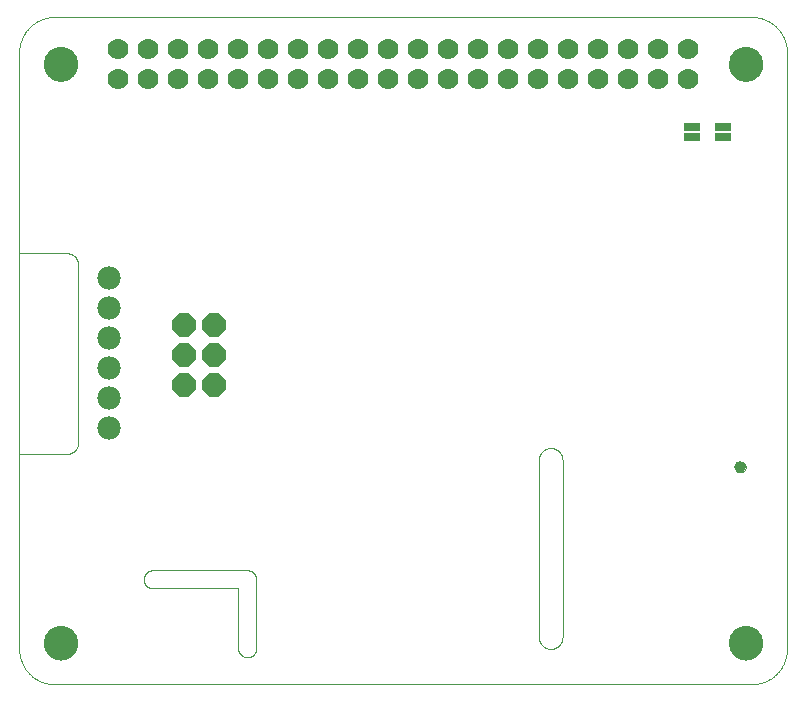
<source format=gbs>
G75*
%MOIN*%
%OFA0B0*%
%FSLAX25Y25*%
%IPPOS*%
%LPD*%
%AMOC8*
5,1,8,0,0,1.08239X$1,22.5*
%
%ADD10C,0.00000*%
%ADD11C,0.00100*%
%ADD12C,0.11424*%
%ADD13C,0.07000*%
%ADD14C,0.03943*%
%ADD15C,0.07800*%
%ADD16OC8,0.07800*%
%ADD17R,0.05400X0.02900*%
D10*
X0016811Y0005000D02*
X0249094Y0005000D01*
X0249379Y0005003D01*
X0249665Y0005014D01*
X0249950Y0005031D01*
X0250234Y0005055D01*
X0250518Y0005086D01*
X0250801Y0005124D01*
X0251082Y0005169D01*
X0251363Y0005220D01*
X0251643Y0005278D01*
X0251921Y0005343D01*
X0252197Y0005415D01*
X0252471Y0005493D01*
X0252744Y0005578D01*
X0253014Y0005670D01*
X0253282Y0005768D01*
X0253548Y0005872D01*
X0253811Y0005983D01*
X0254071Y0006100D01*
X0254329Y0006223D01*
X0254583Y0006353D01*
X0254834Y0006489D01*
X0255082Y0006630D01*
X0255326Y0006778D01*
X0255567Y0006931D01*
X0255803Y0007091D01*
X0256036Y0007256D01*
X0256265Y0007426D01*
X0256490Y0007602D01*
X0256710Y0007784D01*
X0256926Y0007970D01*
X0257137Y0008162D01*
X0257344Y0008359D01*
X0257546Y0008561D01*
X0257743Y0008768D01*
X0257935Y0008979D01*
X0258121Y0009195D01*
X0258303Y0009415D01*
X0258479Y0009640D01*
X0258649Y0009869D01*
X0258814Y0010102D01*
X0258974Y0010338D01*
X0259127Y0010579D01*
X0259275Y0010823D01*
X0259416Y0011071D01*
X0259552Y0011322D01*
X0259682Y0011576D01*
X0259805Y0011834D01*
X0259922Y0012094D01*
X0260033Y0012357D01*
X0260137Y0012623D01*
X0260235Y0012891D01*
X0260327Y0013161D01*
X0260412Y0013434D01*
X0260490Y0013708D01*
X0260562Y0013984D01*
X0260627Y0014262D01*
X0260685Y0014542D01*
X0260736Y0014823D01*
X0260781Y0015104D01*
X0260819Y0015387D01*
X0260850Y0015671D01*
X0260874Y0015955D01*
X0260891Y0016240D01*
X0260902Y0016526D01*
X0260905Y0016811D01*
X0260906Y0016811D02*
X0260906Y0215630D01*
X0260905Y0215630D02*
X0260902Y0215915D01*
X0260891Y0216201D01*
X0260874Y0216486D01*
X0260850Y0216770D01*
X0260819Y0217054D01*
X0260781Y0217337D01*
X0260736Y0217618D01*
X0260685Y0217899D01*
X0260627Y0218179D01*
X0260562Y0218457D01*
X0260490Y0218733D01*
X0260412Y0219007D01*
X0260327Y0219280D01*
X0260235Y0219550D01*
X0260137Y0219818D01*
X0260033Y0220084D01*
X0259922Y0220347D01*
X0259805Y0220607D01*
X0259682Y0220865D01*
X0259552Y0221119D01*
X0259416Y0221370D01*
X0259275Y0221618D01*
X0259127Y0221862D01*
X0258974Y0222103D01*
X0258814Y0222339D01*
X0258649Y0222572D01*
X0258479Y0222801D01*
X0258303Y0223026D01*
X0258121Y0223246D01*
X0257935Y0223462D01*
X0257743Y0223673D01*
X0257546Y0223880D01*
X0257344Y0224082D01*
X0257137Y0224279D01*
X0256926Y0224471D01*
X0256710Y0224657D01*
X0256490Y0224839D01*
X0256265Y0225015D01*
X0256036Y0225185D01*
X0255803Y0225350D01*
X0255567Y0225510D01*
X0255326Y0225663D01*
X0255082Y0225811D01*
X0254834Y0225952D01*
X0254583Y0226088D01*
X0254329Y0226218D01*
X0254071Y0226341D01*
X0253811Y0226458D01*
X0253548Y0226569D01*
X0253282Y0226673D01*
X0253014Y0226771D01*
X0252744Y0226863D01*
X0252471Y0226948D01*
X0252197Y0227026D01*
X0251921Y0227098D01*
X0251643Y0227163D01*
X0251363Y0227221D01*
X0251082Y0227272D01*
X0250801Y0227317D01*
X0250518Y0227355D01*
X0250234Y0227386D01*
X0249950Y0227410D01*
X0249665Y0227427D01*
X0249379Y0227438D01*
X0249094Y0227441D01*
X0016811Y0227441D01*
X0016526Y0227438D01*
X0016240Y0227427D01*
X0015955Y0227410D01*
X0015671Y0227386D01*
X0015387Y0227355D01*
X0015104Y0227317D01*
X0014823Y0227272D01*
X0014542Y0227221D01*
X0014262Y0227163D01*
X0013984Y0227098D01*
X0013708Y0227026D01*
X0013434Y0226948D01*
X0013161Y0226863D01*
X0012891Y0226771D01*
X0012623Y0226673D01*
X0012357Y0226569D01*
X0012094Y0226458D01*
X0011834Y0226341D01*
X0011576Y0226218D01*
X0011322Y0226088D01*
X0011071Y0225952D01*
X0010823Y0225811D01*
X0010579Y0225663D01*
X0010338Y0225510D01*
X0010102Y0225350D01*
X0009869Y0225185D01*
X0009640Y0225015D01*
X0009415Y0224839D01*
X0009195Y0224657D01*
X0008979Y0224471D01*
X0008768Y0224279D01*
X0008561Y0224082D01*
X0008359Y0223880D01*
X0008162Y0223673D01*
X0007970Y0223462D01*
X0007784Y0223246D01*
X0007602Y0223026D01*
X0007426Y0222801D01*
X0007256Y0222572D01*
X0007091Y0222339D01*
X0006931Y0222103D01*
X0006778Y0221862D01*
X0006630Y0221618D01*
X0006489Y0221370D01*
X0006353Y0221119D01*
X0006223Y0220865D01*
X0006100Y0220607D01*
X0005983Y0220347D01*
X0005872Y0220084D01*
X0005768Y0219818D01*
X0005670Y0219550D01*
X0005578Y0219280D01*
X0005493Y0219007D01*
X0005415Y0218733D01*
X0005343Y0218457D01*
X0005278Y0218179D01*
X0005220Y0217899D01*
X0005169Y0217618D01*
X0005124Y0217337D01*
X0005086Y0217054D01*
X0005055Y0216770D01*
X0005031Y0216486D01*
X0005014Y0216201D01*
X0005003Y0215915D01*
X0005000Y0215630D01*
X0005000Y0016811D01*
X0005003Y0016526D01*
X0005014Y0016240D01*
X0005031Y0015955D01*
X0005055Y0015671D01*
X0005086Y0015387D01*
X0005124Y0015104D01*
X0005169Y0014823D01*
X0005220Y0014542D01*
X0005278Y0014262D01*
X0005343Y0013984D01*
X0005415Y0013708D01*
X0005493Y0013434D01*
X0005578Y0013161D01*
X0005670Y0012891D01*
X0005768Y0012623D01*
X0005872Y0012357D01*
X0005983Y0012094D01*
X0006100Y0011834D01*
X0006223Y0011576D01*
X0006353Y0011322D01*
X0006489Y0011071D01*
X0006630Y0010823D01*
X0006778Y0010579D01*
X0006931Y0010338D01*
X0007091Y0010102D01*
X0007256Y0009869D01*
X0007426Y0009640D01*
X0007602Y0009415D01*
X0007784Y0009195D01*
X0007970Y0008979D01*
X0008162Y0008768D01*
X0008359Y0008561D01*
X0008561Y0008359D01*
X0008768Y0008162D01*
X0008979Y0007970D01*
X0009195Y0007784D01*
X0009415Y0007602D01*
X0009640Y0007426D01*
X0009869Y0007256D01*
X0010102Y0007091D01*
X0010338Y0006931D01*
X0010579Y0006778D01*
X0010823Y0006630D01*
X0011071Y0006489D01*
X0011322Y0006353D01*
X0011576Y0006223D01*
X0011834Y0006100D01*
X0012094Y0005983D01*
X0012357Y0005872D01*
X0012623Y0005768D01*
X0012891Y0005670D01*
X0013161Y0005578D01*
X0013434Y0005493D01*
X0013708Y0005415D01*
X0013984Y0005343D01*
X0014262Y0005278D01*
X0014542Y0005220D01*
X0014823Y0005169D01*
X0015104Y0005124D01*
X0015387Y0005086D01*
X0015671Y0005055D01*
X0015955Y0005031D01*
X0016240Y0005014D01*
X0016526Y0005003D01*
X0016811Y0005000D01*
X0013268Y0018780D02*
X0013270Y0018928D01*
X0013276Y0019076D01*
X0013286Y0019224D01*
X0013300Y0019371D01*
X0013318Y0019518D01*
X0013339Y0019664D01*
X0013365Y0019810D01*
X0013395Y0019955D01*
X0013428Y0020099D01*
X0013466Y0020242D01*
X0013507Y0020384D01*
X0013552Y0020525D01*
X0013600Y0020665D01*
X0013653Y0020804D01*
X0013709Y0020941D01*
X0013769Y0021076D01*
X0013832Y0021210D01*
X0013899Y0021342D01*
X0013970Y0021472D01*
X0014044Y0021600D01*
X0014121Y0021726D01*
X0014202Y0021850D01*
X0014286Y0021972D01*
X0014373Y0022091D01*
X0014464Y0022208D01*
X0014558Y0022323D01*
X0014654Y0022435D01*
X0014754Y0022545D01*
X0014856Y0022651D01*
X0014962Y0022755D01*
X0015070Y0022856D01*
X0015181Y0022954D01*
X0015294Y0023050D01*
X0015410Y0023142D01*
X0015528Y0023231D01*
X0015649Y0023316D01*
X0015772Y0023399D01*
X0015897Y0023478D01*
X0016024Y0023554D01*
X0016153Y0023626D01*
X0016284Y0023695D01*
X0016417Y0023760D01*
X0016552Y0023821D01*
X0016688Y0023879D01*
X0016825Y0023934D01*
X0016964Y0023984D01*
X0017105Y0024031D01*
X0017246Y0024074D01*
X0017389Y0024114D01*
X0017533Y0024149D01*
X0017677Y0024181D01*
X0017823Y0024208D01*
X0017969Y0024232D01*
X0018116Y0024252D01*
X0018263Y0024268D01*
X0018410Y0024280D01*
X0018558Y0024288D01*
X0018706Y0024292D01*
X0018854Y0024292D01*
X0019002Y0024288D01*
X0019150Y0024280D01*
X0019297Y0024268D01*
X0019444Y0024252D01*
X0019591Y0024232D01*
X0019737Y0024208D01*
X0019883Y0024181D01*
X0020027Y0024149D01*
X0020171Y0024114D01*
X0020314Y0024074D01*
X0020455Y0024031D01*
X0020596Y0023984D01*
X0020735Y0023934D01*
X0020872Y0023879D01*
X0021008Y0023821D01*
X0021143Y0023760D01*
X0021276Y0023695D01*
X0021407Y0023626D01*
X0021536Y0023554D01*
X0021663Y0023478D01*
X0021788Y0023399D01*
X0021911Y0023316D01*
X0022032Y0023231D01*
X0022150Y0023142D01*
X0022266Y0023050D01*
X0022379Y0022954D01*
X0022490Y0022856D01*
X0022598Y0022755D01*
X0022704Y0022651D01*
X0022806Y0022545D01*
X0022906Y0022435D01*
X0023002Y0022323D01*
X0023096Y0022208D01*
X0023187Y0022091D01*
X0023274Y0021972D01*
X0023358Y0021850D01*
X0023439Y0021726D01*
X0023516Y0021600D01*
X0023590Y0021472D01*
X0023661Y0021342D01*
X0023728Y0021210D01*
X0023791Y0021076D01*
X0023851Y0020941D01*
X0023907Y0020804D01*
X0023960Y0020665D01*
X0024008Y0020525D01*
X0024053Y0020384D01*
X0024094Y0020242D01*
X0024132Y0020099D01*
X0024165Y0019955D01*
X0024195Y0019810D01*
X0024221Y0019664D01*
X0024242Y0019518D01*
X0024260Y0019371D01*
X0024274Y0019224D01*
X0024284Y0019076D01*
X0024290Y0018928D01*
X0024292Y0018780D01*
X0024290Y0018632D01*
X0024284Y0018484D01*
X0024274Y0018336D01*
X0024260Y0018189D01*
X0024242Y0018042D01*
X0024221Y0017896D01*
X0024195Y0017750D01*
X0024165Y0017605D01*
X0024132Y0017461D01*
X0024094Y0017318D01*
X0024053Y0017176D01*
X0024008Y0017035D01*
X0023960Y0016895D01*
X0023907Y0016756D01*
X0023851Y0016619D01*
X0023791Y0016484D01*
X0023728Y0016350D01*
X0023661Y0016218D01*
X0023590Y0016088D01*
X0023516Y0015960D01*
X0023439Y0015834D01*
X0023358Y0015710D01*
X0023274Y0015588D01*
X0023187Y0015469D01*
X0023096Y0015352D01*
X0023002Y0015237D01*
X0022906Y0015125D01*
X0022806Y0015015D01*
X0022704Y0014909D01*
X0022598Y0014805D01*
X0022490Y0014704D01*
X0022379Y0014606D01*
X0022266Y0014510D01*
X0022150Y0014418D01*
X0022032Y0014329D01*
X0021911Y0014244D01*
X0021788Y0014161D01*
X0021663Y0014082D01*
X0021536Y0014006D01*
X0021407Y0013934D01*
X0021276Y0013865D01*
X0021143Y0013800D01*
X0021008Y0013739D01*
X0020872Y0013681D01*
X0020735Y0013626D01*
X0020596Y0013576D01*
X0020455Y0013529D01*
X0020314Y0013486D01*
X0020171Y0013446D01*
X0020027Y0013411D01*
X0019883Y0013379D01*
X0019737Y0013352D01*
X0019591Y0013328D01*
X0019444Y0013308D01*
X0019297Y0013292D01*
X0019150Y0013280D01*
X0019002Y0013272D01*
X0018854Y0013268D01*
X0018706Y0013268D01*
X0018558Y0013272D01*
X0018410Y0013280D01*
X0018263Y0013292D01*
X0018116Y0013308D01*
X0017969Y0013328D01*
X0017823Y0013352D01*
X0017677Y0013379D01*
X0017533Y0013411D01*
X0017389Y0013446D01*
X0017246Y0013486D01*
X0017105Y0013529D01*
X0016964Y0013576D01*
X0016825Y0013626D01*
X0016688Y0013681D01*
X0016552Y0013739D01*
X0016417Y0013800D01*
X0016284Y0013865D01*
X0016153Y0013934D01*
X0016024Y0014006D01*
X0015897Y0014082D01*
X0015772Y0014161D01*
X0015649Y0014244D01*
X0015528Y0014329D01*
X0015410Y0014418D01*
X0015294Y0014510D01*
X0015181Y0014606D01*
X0015070Y0014704D01*
X0014962Y0014805D01*
X0014856Y0014909D01*
X0014754Y0015015D01*
X0014654Y0015125D01*
X0014558Y0015237D01*
X0014464Y0015352D01*
X0014373Y0015469D01*
X0014286Y0015588D01*
X0014202Y0015710D01*
X0014121Y0015834D01*
X0014044Y0015960D01*
X0013970Y0016088D01*
X0013899Y0016218D01*
X0013832Y0016350D01*
X0013769Y0016484D01*
X0013709Y0016619D01*
X0013653Y0016756D01*
X0013600Y0016895D01*
X0013552Y0017035D01*
X0013507Y0017176D01*
X0013466Y0017318D01*
X0013428Y0017461D01*
X0013395Y0017605D01*
X0013365Y0017750D01*
X0013339Y0017896D01*
X0013318Y0018042D01*
X0013300Y0018189D01*
X0013286Y0018336D01*
X0013276Y0018484D01*
X0013270Y0018632D01*
X0013268Y0018780D01*
X0005000Y0053000D02*
X0005000Y0128000D01*
X0024685Y0144764D02*
X0024683Y0144888D01*
X0024677Y0145011D01*
X0024668Y0145135D01*
X0024654Y0145257D01*
X0024637Y0145380D01*
X0024615Y0145502D01*
X0024590Y0145623D01*
X0024561Y0145743D01*
X0024529Y0145862D01*
X0024492Y0145981D01*
X0024452Y0146098D01*
X0024409Y0146213D01*
X0024361Y0146328D01*
X0024310Y0146440D01*
X0024256Y0146551D01*
X0024198Y0146661D01*
X0024137Y0146768D01*
X0024072Y0146874D01*
X0024004Y0146977D01*
X0023933Y0147078D01*
X0023859Y0147177D01*
X0023782Y0147274D01*
X0023701Y0147368D01*
X0023618Y0147459D01*
X0023532Y0147548D01*
X0023443Y0147634D01*
X0023352Y0147717D01*
X0023258Y0147798D01*
X0023161Y0147875D01*
X0023062Y0147949D01*
X0022961Y0148020D01*
X0022858Y0148088D01*
X0022752Y0148153D01*
X0022645Y0148214D01*
X0022535Y0148272D01*
X0022424Y0148326D01*
X0022312Y0148377D01*
X0022197Y0148425D01*
X0022082Y0148468D01*
X0021965Y0148508D01*
X0021846Y0148545D01*
X0021727Y0148577D01*
X0021607Y0148606D01*
X0021486Y0148631D01*
X0021364Y0148653D01*
X0021241Y0148670D01*
X0021119Y0148684D01*
X0020995Y0148693D01*
X0020872Y0148699D01*
X0020748Y0148701D01*
X0005000Y0148701D01*
X0024685Y0144764D02*
X0024685Y0085709D01*
X0024683Y0085585D01*
X0024677Y0085462D01*
X0024668Y0085338D01*
X0024654Y0085216D01*
X0024637Y0085093D01*
X0024615Y0084971D01*
X0024590Y0084850D01*
X0024561Y0084730D01*
X0024529Y0084611D01*
X0024492Y0084492D01*
X0024452Y0084375D01*
X0024409Y0084260D01*
X0024361Y0084145D01*
X0024310Y0084033D01*
X0024256Y0083922D01*
X0024198Y0083812D01*
X0024137Y0083705D01*
X0024072Y0083599D01*
X0024004Y0083496D01*
X0023933Y0083395D01*
X0023859Y0083296D01*
X0023782Y0083199D01*
X0023701Y0083105D01*
X0023618Y0083014D01*
X0023532Y0082925D01*
X0023443Y0082839D01*
X0023352Y0082756D01*
X0023258Y0082675D01*
X0023161Y0082598D01*
X0023062Y0082524D01*
X0022961Y0082453D01*
X0022858Y0082385D01*
X0022752Y0082320D01*
X0022645Y0082259D01*
X0022535Y0082201D01*
X0022424Y0082147D01*
X0022312Y0082096D01*
X0022197Y0082048D01*
X0022082Y0082005D01*
X0021965Y0081965D01*
X0021846Y0081928D01*
X0021727Y0081896D01*
X0021607Y0081867D01*
X0021486Y0081842D01*
X0021364Y0081820D01*
X0021241Y0081803D01*
X0021119Y0081789D01*
X0020995Y0081780D01*
X0020872Y0081774D01*
X0020748Y0081772D01*
X0005394Y0081772D01*
X0005000Y0082000D02*
X0005000Y0082500D01*
X0013268Y0211693D02*
X0013270Y0211841D01*
X0013276Y0211989D01*
X0013286Y0212137D01*
X0013300Y0212284D01*
X0013318Y0212431D01*
X0013339Y0212577D01*
X0013365Y0212723D01*
X0013395Y0212868D01*
X0013428Y0213012D01*
X0013466Y0213155D01*
X0013507Y0213297D01*
X0013552Y0213438D01*
X0013600Y0213578D01*
X0013653Y0213717D01*
X0013709Y0213854D01*
X0013769Y0213989D01*
X0013832Y0214123D01*
X0013899Y0214255D01*
X0013970Y0214385D01*
X0014044Y0214513D01*
X0014121Y0214639D01*
X0014202Y0214763D01*
X0014286Y0214885D01*
X0014373Y0215004D01*
X0014464Y0215121D01*
X0014558Y0215236D01*
X0014654Y0215348D01*
X0014754Y0215458D01*
X0014856Y0215564D01*
X0014962Y0215668D01*
X0015070Y0215769D01*
X0015181Y0215867D01*
X0015294Y0215963D01*
X0015410Y0216055D01*
X0015528Y0216144D01*
X0015649Y0216229D01*
X0015772Y0216312D01*
X0015897Y0216391D01*
X0016024Y0216467D01*
X0016153Y0216539D01*
X0016284Y0216608D01*
X0016417Y0216673D01*
X0016552Y0216734D01*
X0016688Y0216792D01*
X0016825Y0216847D01*
X0016964Y0216897D01*
X0017105Y0216944D01*
X0017246Y0216987D01*
X0017389Y0217027D01*
X0017533Y0217062D01*
X0017677Y0217094D01*
X0017823Y0217121D01*
X0017969Y0217145D01*
X0018116Y0217165D01*
X0018263Y0217181D01*
X0018410Y0217193D01*
X0018558Y0217201D01*
X0018706Y0217205D01*
X0018854Y0217205D01*
X0019002Y0217201D01*
X0019150Y0217193D01*
X0019297Y0217181D01*
X0019444Y0217165D01*
X0019591Y0217145D01*
X0019737Y0217121D01*
X0019883Y0217094D01*
X0020027Y0217062D01*
X0020171Y0217027D01*
X0020314Y0216987D01*
X0020455Y0216944D01*
X0020596Y0216897D01*
X0020735Y0216847D01*
X0020872Y0216792D01*
X0021008Y0216734D01*
X0021143Y0216673D01*
X0021276Y0216608D01*
X0021407Y0216539D01*
X0021536Y0216467D01*
X0021663Y0216391D01*
X0021788Y0216312D01*
X0021911Y0216229D01*
X0022032Y0216144D01*
X0022150Y0216055D01*
X0022266Y0215963D01*
X0022379Y0215867D01*
X0022490Y0215769D01*
X0022598Y0215668D01*
X0022704Y0215564D01*
X0022806Y0215458D01*
X0022906Y0215348D01*
X0023002Y0215236D01*
X0023096Y0215121D01*
X0023187Y0215004D01*
X0023274Y0214885D01*
X0023358Y0214763D01*
X0023439Y0214639D01*
X0023516Y0214513D01*
X0023590Y0214385D01*
X0023661Y0214255D01*
X0023728Y0214123D01*
X0023791Y0213989D01*
X0023851Y0213854D01*
X0023907Y0213717D01*
X0023960Y0213578D01*
X0024008Y0213438D01*
X0024053Y0213297D01*
X0024094Y0213155D01*
X0024132Y0213012D01*
X0024165Y0212868D01*
X0024195Y0212723D01*
X0024221Y0212577D01*
X0024242Y0212431D01*
X0024260Y0212284D01*
X0024274Y0212137D01*
X0024284Y0211989D01*
X0024290Y0211841D01*
X0024292Y0211693D01*
X0024290Y0211545D01*
X0024284Y0211397D01*
X0024274Y0211249D01*
X0024260Y0211102D01*
X0024242Y0210955D01*
X0024221Y0210809D01*
X0024195Y0210663D01*
X0024165Y0210518D01*
X0024132Y0210374D01*
X0024094Y0210231D01*
X0024053Y0210089D01*
X0024008Y0209948D01*
X0023960Y0209808D01*
X0023907Y0209669D01*
X0023851Y0209532D01*
X0023791Y0209397D01*
X0023728Y0209263D01*
X0023661Y0209131D01*
X0023590Y0209001D01*
X0023516Y0208873D01*
X0023439Y0208747D01*
X0023358Y0208623D01*
X0023274Y0208501D01*
X0023187Y0208382D01*
X0023096Y0208265D01*
X0023002Y0208150D01*
X0022906Y0208038D01*
X0022806Y0207928D01*
X0022704Y0207822D01*
X0022598Y0207718D01*
X0022490Y0207617D01*
X0022379Y0207519D01*
X0022266Y0207423D01*
X0022150Y0207331D01*
X0022032Y0207242D01*
X0021911Y0207157D01*
X0021788Y0207074D01*
X0021663Y0206995D01*
X0021536Y0206919D01*
X0021407Y0206847D01*
X0021276Y0206778D01*
X0021143Y0206713D01*
X0021008Y0206652D01*
X0020872Y0206594D01*
X0020735Y0206539D01*
X0020596Y0206489D01*
X0020455Y0206442D01*
X0020314Y0206399D01*
X0020171Y0206359D01*
X0020027Y0206324D01*
X0019883Y0206292D01*
X0019737Y0206265D01*
X0019591Y0206241D01*
X0019444Y0206221D01*
X0019297Y0206205D01*
X0019150Y0206193D01*
X0019002Y0206185D01*
X0018854Y0206181D01*
X0018706Y0206181D01*
X0018558Y0206185D01*
X0018410Y0206193D01*
X0018263Y0206205D01*
X0018116Y0206221D01*
X0017969Y0206241D01*
X0017823Y0206265D01*
X0017677Y0206292D01*
X0017533Y0206324D01*
X0017389Y0206359D01*
X0017246Y0206399D01*
X0017105Y0206442D01*
X0016964Y0206489D01*
X0016825Y0206539D01*
X0016688Y0206594D01*
X0016552Y0206652D01*
X0016417Y0206713D01*
X0016284Y0206778D01*
X0016153Y0206847D01*
X0016024Y0206919D01*
X0015897Y0206995D01*
X0015772Y0207074D01*
X0015649Y0207157D01*
X0015528Y0207242D01*
X0015410Y0207331D01*
X0015294Y0207423D01*
X0015181Y0207519D01*
X0015070Y0207617D01*
X0014962Y0207718D01*
X0014856Y0207822D01*
X0014754Y0207928D01*
X0014654Y0208038D01*
X0014558Y0208150D01*
X0014464Y0208265D01*
X0014373Y0208382D01*
X0014286Y0208501D01*
X0014202Y0208623D01*
X0014121Y0208747D01*
X0014044Y0208873D01*
X0013970Y0209001D01*
X0013899Y0209131D01*
X0013832Y0209263D01*
X0013769Y0209397D01*
X0013709Y0209532D01*
X0013653Y0209669D01*
X0013600Y0209808D01*
X0013552Y0209948D01*
X0013507Y0210089D01*
X0013466Y0210231D01*
X0013428Y0210374D01*
X0013395Y0210518D01*
X0013365Y0210663D01*
X0013339Y0210809D01*
X0013318Y0210955D01*
X0013300Y0211102D01*
X0013286Y0211249D01*
X0013276Y0211397D01*
X0013270Y0211545D01*
X0013268Y0211693D01*
X0178228Y0079803D02*
X0178228Y0020748D01*
X0178230Y0020624D01*
X0178236Y0020501D01*
X0178245Y0020377D01*
X0178259Y0020255D01*
X0178276Y0020132D01*
X0178298Y0020010D01*
X0178323Y0019889D01*
X0178352Y0019769D01*
X0178384Y0019650D01*
X0178421Y0019531D01*
X0178461Y0019414D01*
X0178504Y0019299D01*
X0178552Y0019184D01*
X0178603Y0019072D01*
X0178657Y0018961D01*
X0178715Y0018851D01*
X0178776Y0018744D01*
X0178841Y0018638D01*
X0178909Y0018535D01*
X0178980Y0018434D01*
X0179054Y0018335D01*
X0179131Y0018238D01*
X0179212Y0018144D01*
X0179295Y0018053D01*
X0179381Y0017964D01*
X0179470Y0017878D01*
X0179561Y0017795D01*
X0179655Y0017714D01*
X0179752Y0017637D01*
X0179851Y0017563D01*
X0179952Y0017492D01*
X0180055Y0017424D01*
X0180161Y0017359D01*
X0180268Y0017298D01*
X0180378Y0017240D01*
X0180489Y0017186D01*
X0180601Y0017135D01*
X0180716Y0017087D01*
X0180831Y0017044D01*
X0180948Y0017004D01*
X0181067Y0016967D01*
X0181186Y0016935D01*
X0181306Y0016906D01*
X0181427Y0016881D01*
X0181549Y0016859D01*
X0181672Y0016842D01*
X0181794Y0016828D01*
X0181918Y0016819D01*
X0182041Y0016813D01*
X0182165Y0016811D01*
X0182289Y0016813D01*
X0182412Y0016819D01*
X0182536Y0016828D01*
X0182658Y0016842D01*
X0182781Y0016859D01*
X0182903Y0016881D01*
X0183024Y0016906D01*
X0183144Y0016935D01*
X0183263Y0016967D01*
X0183382Y0017004D01*
X0183499Y0017044D01*
X0183614Y0017087D01*
X0183729Y0017135D01*
X0183841Y0017186D01*
X0183952Y0017240D01*
X0184062Y0017298D01*
X0184169Y0017359D01*
X0184275Y0017424D01*
X0184378Y0017492D01*
X0184479Y0017563D01*
X0184578Y0017637D01*
X0184675Y0017714D01*
X0184769Y0017795D01*
X0184860Y0017878D01*
X0184949Y0017964D01*
X0185035Y0018053D01*
X0185118Y0018144D01*
X0185199Y0018238D01*
X0185276Y0018335D01*
X0185350Y0018434D01*
X0185421Y0018535D01*
X0185489Y0018638D01*
X0185554Y0018744D01*
X0185615Y0018851D01*
X0185673Y0018961D01*
X0185727Y0019072D01*
X0185778Y0019184D01*
X0185826Y0019299D01*
X0185869Y0019414D01*
X0185909Y0019531D01*
X0185946Y0019650D01*
X0185978Y0019769D01*
X0186007Y0019889D01*
X0186032Y0020010D01*
X0186054Y0020132D01*
X0186071Y0020255D01*
X0186085Y0020377D01*
X0186094Y0020501D01*
X0186100Y0020624D01*
X0186102Y0020748D01*
X0186102Y0079803D01*
X0186100Y0079927D01*
X0186094Y0080050D01*
X0186085Y0080174D01*
X0186071Y0080296D01*
X0186054Y0080419D01*
X0186032Y0080541D01*
X0186007Y0080662D01*
X0185978Y0080782D01*
X0185946Y0080901D01*
X0185909Y0081020D01*
X0185869Y0081137D01*
X0185826Y0081252D01*
X0185778Y0081367D01*
X0185727Y0081479D01*
X0185673Y0081590D01*
X0185615Y0081700D01*
X0185554Y0081807D01*
X0185489Y0081913D01*
X0185421Y0082016D01*
X0185350Y0082117D01*
X0185276Y0082216D01*
X0185199Y0082313D01*
X0185118Y0082407D01*
X0185035Y0082498D01*
X0184949Y0082587D01*
X0184860Y0082673D01*
X0184769Y0082756D01*
X0184675Y0082837D01*
X0184578Y0082914D01*
X0184479Y0082988D01*
X0184378Y0083059D01*
X0184275Y0083127D01*
X0184169Y0083192D01*
X0184062Y0083253D01*
X0183952Y0083311D01*
X0183841Y0083365D01*
X0183729Y0083416D01*
X0183614Y0083464D01*
X0183499Y0083507D01*
X0183382Y0083547D01*
X0183263Y0083584D01*
X0183144Y0083616D01*
X0183024Y0083645D01*
X0182903Y0083670D01*
X0182781Y0083692D01*
X0182658Y0083709D01*
X0182536Y0083723D01*
X0182412Y0083732D01*
X0182289Y0083738D01*
X0182165Y0083740D01*
X0182041Y0083738D01*
X0181918Y0083732D01*
X0181794Y0083723D01*
X0181672Y0083709D01*
X0181549Y0083692D01*
X0181427Y0083670D01*
X0181306Y0083645D01*
X0181186Y0083616D01*
X0181067Y0083584D01*
X0180948Y0083547D01*
X0180831Y0083507D01*
X0180716Y0083464D01*
X0180601Y0083416D01*
X0180489Y0083365D01*
X0180378Y0083311D01*
X0180268Y0083253D01*
X0180161Y0083192D01*
X0180055Y0083127D01*
X0179952Y0083059D01*
X0179851Y0082988D01*
X0179752Y0082914D01*
X0179655Y0082837D01*
X0179561Y0082756D01*
X0179470Y0082673D01*
X0179381Y0082587D01*
X0179295Y0082498D01*
X0179212Y0082407D01*
X0179131Y0082313D01*
X0179054Y0082216D01*
X0178980Y0082117D01*
X0178909Y0082016D01*
X0178841Y0081913D01*
X0178776Y0081807D01*
X0178715Y0081700D01*
X0178657Y0081590D01*
X0178603Y0081479D01*
X0178552Y0081367D01*
X0178504Y0081252D01*
X0178461Y0081137D01*
X0178421Y0081020D01*
X0178384Y0080901D01*
X0178352Y0080782D01*
X0178323Y0080662D01*
X0178298Y0080541D01*
X0178276Y0080419D01*
X0178259Y0080296D01*
X0178245Y0080174D01*
X0178236Y0080050D01*
X0178230Y0079927D01*
X0178228Y0079803D01*
X0243628Y0077400D02*
X0243630Y0077484D01*
X0243636Y0077567D01*
X0243646Y0077650D01*
X0243660Y0077733D01*
X0243677Y0077815D01*
X0243699Y0077896D01*
X0243724Y0077975D01*
X0243753Y0078054D01*
X0243786Y0078131D01*
X0243822Y0078206D01*
X0243862Y0078280D01*
X0243905Y0078352D01*
X0243952Y0078421D01*
X0244002Y0078488D01*
X0244055Y0078553D01*
X0244111Y0078615D01*
X0244169Y0078675D01*
X0244231Y0078732D01*
X0244295Y0078785D01*
X0244362Y0078836D01*
X0244431Y0078883D01*
X0244502Y0078928D01*
X0244575Y0078968D01*
X0244650Y0079005D01*
X0244727Y0079039D01*
X0244805Y0079069D01*
X0244884Y0079095D01*
X0244965Y0079118D01*
X0245047Y0079136D01*
X0245129Y0079151D01*
X0245212Y0079162D01*
X0245295Y0079169D01*
X0245379Y0079172D01*
X0245463Y0079171D01*
X0245546Y0079166D01*
X0245630Y0079157D01*
X0245712Y0079144D01*
X0245794Y0079128D01*
X0245875Y0079107D01*
X0245956Y0079083D01*
X0246034Y0079055D01*
X0246112Y0079023D01*
X0246188Y0078987D01*
X0246262Y0078948D01*
X0246334Y0078906D01*
X0246404Y0078860D01*
X0246472Y0078811D01*
X0246537Y0078759D01*
X0246600Y0078704D01*
X0246660Y0078646D01*
X0246718Y0078585D01*
X0246772Y0078521D01*
X0246824Y0078455D01*
X0246872Y0078387D01*
X0246917Y0078316D01*
X0246958Y0078243D01*
X0246997Y0078169D01*
X0247031Y0078093D01*
X0247062Y0078015D01*
X0247089Y0077936D01*
X0247113Y0077855D01*
X0247132Y0077774D01*
X0247148Y0077692D01*
X0247160Y0077609D01*
X0247168Y0077525D01*
X0247172Y0077442D01*
X0247172Y0077358D01*
X0247168Y0077275D01*
X0247160Y0077191D01*
X0247148Y0077108D01*
X0247132Y0077026D01*
X0247113Y0076945D01*
X0247089Y0076864D01*
X0247062Y0076785D01*
X0247031Y0076707D01*
X0246997Y0076631D01*
X0246958Y0076557D01*
X0246917Y0076484D01*
X0246872Y0076413D01*
X0246824Y0076345D01*
X0246772Y0076279D01*
X0246718Y0076215D01*
X0246660Y0076154D01*
X0246600Y0076096D01*
X0246537Y0076041D01*
X0246472Y0075989D01*
X0246404Y0075940D01*
X0246334Y0075894D01*
X0246262Y0075852D01*
X0246188Y0075813D01*
X0246112Y0075777D01*
X0246034Y0075745D01*
X0245956Y0075717D01*
X0245875Y0075693D01*
X0245794Y0075672D01*
X0245712Y0075656D01*
X0245630Y0075643D01*
X0245546Y0075634D01*
X0245463Y0075629D01*
X0245379Y0075628D01*
X0245295Y0075631D01*
X0245212Y0075638D01*
X0245129Y0075649D01*
X0245047Y0075664D01*
X0244965Y0075682D01*
X0244884Y0075705D01*
X0244805Y0075731D01*
X0244727Y0075761D01*
X0244650Y0075795D01*
X0244575Y0075832D01*
X0244502Y0075872D01*
X0244431Y0075917D01*
X0244362Y0075964D01*
X0244295Y0076015D01*
X0244231Y0076068D01*
X0244169Y0076125D01*
X0244111Y0076185D01*
X0244055Y0076247D01*
X0244002Y0076312D01*
X0243952Y0076379D01*
X0243905Y0076448D01*
X0243862Y0076520D01*
X0243822Y0076594D01*
X0243786Y0076669D01*
X0243753Y0076746D01*
X0243724Y0076825D01*
X0243699Y0076904D01*
X0243677Y0076985D01*
X0243660Y0077067D01*
X0243646Y0077150D01*
X0243636Y0077233D01*
X0243630Y0077316D01*
X0243628Y0077400D01*
X0241614Y0018780D02*
X0241616Y0018928D01*
X0241622Y0019076D01*
X0241632Y0019224D01*
X0241646Y0019371D01*
X0241664Y0019518D01*
X0241685Y0019664D01*
X0241711Y0019810D01*
X0241741Y0019955D01*
X0241774Y0020099D01*
X0241812Y0020242D01*
X0241853Y0020384D01*
X0241898Y0020525D01*
X0241946Y0020665D01*
X0241999Y0020804D01*
X0242055Y0020941D01*
X0242115Y0021076D01*
X0242178Y0021210D01*
X0242245Y0021342D01*
X0242316Y0021472D01*
X0242390Y0021600D01*
X0242467Y0021726D01*
X0242548Y0021850D01*
X0242632Y0021972D01*
X0242719Y0022091D01*
X0242810Y0022208D01*
X0242904Y0022323D01*
X0243000Y0022435D01*
X0243100Y0022545D01*
X0243202Y0022651D01*
X0243308Y0022755D01*
X0243416Y0022856D01*
X0243527Y0022954D01*
X0243640Y0023050D01*
X0243756Y0023142D01*
X0243874Y0023231D01*
X0243995Y0023316D01*
X0244118Y0023399D01*
X0244243Y0023478D01*
X0244370Y0023554D01*
X0244499Y0023626D01*
X0244630Y0023695D01*
X0244763Y0023760D01*
X0244898Y0023821D01*
X0245034Y0023879D01*
X0245171Y0023934D01*
X0245310Y0023984D01*
X0245451Y0024031D01*
X0245592Y0024074D01*
X0245735Y0024114D01*
X0245879Y0024149D01*
X0246023Y0024181D01*
X0246169Y0024208D01*
X0246315Y0024232D01*
X0246462Y0024252D01*
X0246609Y0024268D01*
X0246756Y0024280D01*
X0246904Y0024288D01*
X0247052Y0024292D01*
X0247200Y0024292D01*
X0247348Y0024288D01*
X0247496Y0024280D01*
X0247643Y0024268D01*
X0247790Y0024252D01*
X0247937Y0024232D01*
X0248083Y0024208D01*
X0248229Y0024181D01*
X0248373Y0024149D01*
X0248517Y0024114D01*
X0248660Y0024074D01*
X0248801Y0024031D01*
X0248942Y0023984D01*
X0249081Y0023934D01*
X0249218Y0023879D01*
X0249354Y0023821D01*
X0249489Y0023760D01*
X0249622Y0023695D01*
X0249753Y0023626D01*
X0249882Y0023554D01*
X0250009Y0023478D01*
X0250134Y0023399D01*
X0250257Y0023316D01*
X0250378Y0023231D01*
X0250496Y0023142D01*
X0250612Y0023050D01*
X0250725Y0022954D01*
X0250836Y0022856D01*
X0250944Y0022755D01*
X0251050Y0022651D01*
X0251152Y0022545D01*
X0251252Y0022435D01*
X0251348Y0022323D01*
X0251442Y0022208D01*
X0251533Y0022091D01*
X0251620Y0021972D01*
X0251704Y0021850D01*
X0251785Y0021726D01*
X0251862Y0021600D01*
X0251936Y0021472D01*
X0252007Y0021342D01*
X0252074Y0021210D01*
X0252137Y0021076D01*
X0252197Y0020941D01*
X0252253Y0020804D01*
X0252306Y0020665D01*
X0252354Y0020525D01*
X0252399Y0020384D01*
X0252440Y0020242D01*
X0252478Y0020099D01*
X0252511Y0019955D01*
X0252541Y0019810D01*
X0252567Y0019664D01*
X0252588Y0019518D01*
X0252606Y0019371D01*
X0252620Y0019224D01*
X0252630Y0019076D01*
X0252636Y0018928D01*
X0252638Y0018780D01*
X0252636Y0018632D01*
X0252630Y0018484D01*
X0252620Y0018336D01*
X0252606Y0018189D01*
X0252588Y0018042D01*
X0252567Y0017896D01*
X0252541Y0017750D01*
X0252511Y0017605D01*
X0252478Y0017461D01*
X0252440Y0017318D01*
X0252399Y0017176D01*
X0252354Y0017035D01*
X0252306Y0016895D01*
X0252253Y0016756D01*
X0252197Y0016619D01*
X0252137Y0016484D01*
X0252074Y0016350D01*
X0252007Y0016218D01*
X0251936Y0016088D01*
X0251862Y0015960D01*
X0251785Y0015834D01*
X0251704Y0015710D01*
X0251620Y0015588D01*
X0251533Y0015469D01*
X0251442Y0015352D01*
X0251348Y0015237D01*
X0251252Y0015125D01*
X0251152Y0015015D01*
X0251050Y0014909D01*
X0250944Y0014805D01*
X0250836Y0014704D01*
X0250725Y0014606D01*
X0250612Y0014510D01*
X0250496Y0014418D01*
X0250378Y0014329D01*
X0250257Y0014244D01*
X0250134Y0014161D01*
X0250009Y0014082D01*
X0249882Y0014006D01*
X0249753Y0013934D01*
X0249622Y0013865D01*
X0249489Y0013800D01*
X0249354Y0013739D01*
X0249218Y0013681D01*
X0249081Y0013626D01*
X0248942Y0013576D01*
X0248801Y0013529D01*
X0248660Y0013486D01*
X0248517Y0013446D01*
X0248373Y0013411D01*
X0248229Y0013379D01*
X0248083Y0013352D01*
X0247937Y0013328D01*
X0247790Y0013308D01*
X0247643Y0013292D01*
X0247496Y0013280D01*
X0247348Y0013272D01*
X0247200Y0013268D01*
X0247052Y0013268D01*
X0246904Y0013272D01*
X0246756Y0013280D01*
X0246609Y0013292D01*
X0246462Y0013308D01*
X0246315Y0013328D01*
X0246169Y0013352D01*
X0246023Y0013379D01*
X0245879Y0013411D01*
X0245735Y0013446D01*
X0245592Y0013486D01*
X0245451Y0013529D01*
X0245310Y0013576D01*
X0245171Y0013626D01*
X0245034Y0013681D01*
X0244898Y0013739D01*
X0244763Y0013800D01*
X0244630Y0013865D01*
X0244499Y0013934D01*
X0244370Y0014006D01*
X0244243Y0014082D01*
X0244118Y0014161D01*
X0243995Y0014244D01*
X0243874Y0014329D01*
X0243756Y0014418D01*
X0243640Y0014510D01*
X0243527Y0014606D01*
X0243416Y0014704D01*
X0243308Y0014805D01*
X0243202Y0014909D01*
X0243100Y0015015D01*
X0243000Y0015125D01*
X0242904Y0015237D01*
X0242810Y0015352D01*
X0242719Y0015469D01*
X0242632Y0015588D01*
X0242548Y0015710D01*
X0242467Y0015834D01*
X0242390Y0015960D01*
X0242316Y0016088D01*
X0242245Y0016218D01*
X0242178Y0016350D01*
X0242115Y0016484D01*
X0242055Y0016619D01*
X0241999Y0016756D01*
X0241946Y0016895D01*
X0241898Y0017035D01*
X0241853Y0017176D01*
X0241812Y0017318D01*
X0241774Y0017461D01*
X0241741Y0017605D01*
X0241711Y0017750D01*
X0241685Y0017896D01*
X0241664Y0018042D01*
X0241646Y0018189D01*
X0241632Y0018336D01*
X0241622Y0018484D01*
X0241616Y0018632D01*
X0241614Y0018780D01*
X0241614Y0211693D02*
X0241616Y0211841D01*
X0241622Y0211989D01*
X0241632Y0212137D01*
X0241646Y0212284D01*
X0241664Y0212431D01*
X0241685Y0212577D01*
X0241711Y0212723D01*
X0241741Y0212868D01*
X0241774Y0213012D01*
X0241812Y0213155D01*
X0241853Y0213297D01*
X0241898Y0213438D01*
X0241946Y0213578D01*
X0241999Y0213717D01*
X0242055Y0213854D01*
X0242115Y0213989D01*
X0242178Y0214123D01*
X0242245Y0214255D01*
X0242316Y0214385D01*
X0242390Y0214513D01*
X0242467Y0214639D01*
X0242548Y0214763D01*
X0242632Y0214885D01*
X0242719Y0215004D01*
X0242810Y0215121D01*
X0242904Y0215236D01*
X0243000Y0215348D01*
X0243100Y0215458D01*
X0243202Y0215564D01*
X0243308Y0215668D01*
X0243416Y0215769D01*
X0243527Y0215867D01*
X0243640Y0215963D01*
X0243756Y0216055D01*
X0243874Y0216144D01*
X0243995Y0216229D01*
X0244118Y0216312D01*
X0244243Y0216391D01*
X0244370Y0216467D01*
X0244499Y0216539D01*
X0244630Y0216608D01*
X0244763Y0216673D01*
X0244898Y0216734D01*
X0245034Y0216792D01*
X0245171Y0216847D01*
X0245310Y0216897D01*
X0245451Y0216944D01*
X0245592Y0216987D01*
X0245735Y0217027D01*
X0245879Y0217062D01*
X0246023Y0217094D01*
X0246169Y0217121D01*
X0246315Y0217145D01*
X0246462Y0217165D01*
X0246609Y0217181D01*
X0246756Y0217193D01*
X0246904Y0217201D01*
X0247052Y0217205D01*
X0247200Y0217205D01*
X0247348Y0217201D01*
X0247496Y0217193D01*
X0247643Y0217181D01*
X0247790Y0217165D01*
X0247937Y0217145D01*
X0248083Y0217121D01*
X0248229Y0217094D01*
X0248373Y0217062D01*
X0248517Y0217027D01*
X0248660Y0216987D01*
X0248801Y0216944D01*
X0248942Y0216897D01*
X0249081Y0216847D01*
X0249218Y0216792D01*
X0249354Y0216734D01*
X0249489Y0216673D01*
X0249622Y0216608D01*
X0249753Y0216539D01*
X0249882Y0216467D01*
X0250009Y0216391D01*
X0250134Y0216312D01*
X0250257Y0216229D01*
X0250378Y0216144D01*
X0250496Y0216055D01*
X0250612Y0215963D01*
X0250725Y0215867D01*
X0250836Y0215769D01*
X0250944Y0215668D01*
X0251050Y0215564D01*
X0251152Y0215458D01*
X0251252Y0215348D01*
X0251348Y0215236D01*
X0251442Y0215121D01*
X0251533Y0215004D01*
X0251620Y0214885D01*
X0251704Y0214763D01*
X0251785Y0214639D01*
X0251862Y0214513D01*
X0251936Y0214385D01*
X0252007Y0214255D01*
X0252074Y0214123D01*
X0252137Y0213989D01*
X0252197Y0213854D01*
X0252253Y0213717D01*
X0252306Y0213578D01*
X0252354Y0213438D01*
X0252399Y0213297D01*
X0252440Y0213155D01*
X0252478Y0213012D01*
X0252511Y0212868D01*
X0252541Y0212723D01*
X0252567Y0212577D01*
X0252588Y0212431D01*
X0252606Y0212284D01*
X0252620Y0212137D01*
X0252630Y0211989D01*
X0252636Y0211841D01*
X0252638Y0211693D01*
X0252636Y0211545D01*
X0252630Y0211397D01*
X0252620Y0211249D01*
X0252606Y0211102D01*
X0252588Y0210955D01*
X0252567Y0210809D01*
X0252541Y0210663D01*
X0252511Y0210518D01*
X0252478Y0210374D01*
X0252440Y0210231D01*
X0252399Y0210089D01*
X0252354Y0209948D01*
X0252306Y0209808D01*
X0252253Y0209669D01*
X0252197Y0209532D01*
X0252137Y0209397D01*
X0252074Y0209263D01*
X0252007Y0209131D01*
X0251936Y0209001D01*
X0251862Y0208873D01*
X0251785Y0208747D01*
X0251704Y0208623D01*
X0251620Y0208501D01*
X0251533Y0208382D01*
X0251442Y0208265D01*
X0251348Y0208150D01*
X0251252Y0208038D01*
X0251152Y0207928D01*
X0251050Y0207822D01*
X0250944Y0207718D01*
X0250836Y0207617D01*
X0250725Y0207519D01*
X0250612Y0207423D01*
X0250496Y0207331D01*
X0250378Y0207242D01*
X0250257Y0207157D01*
X0250134Y0207074D01*
X0250009Y0206995D01*
X0249882Y0206919D01*
X0249753Y0206847D01*
X0249622Y0206778D01*
X0249489Y0206713D01*
X0249354Y0206652D01*
X0249218Y0206594D01*
X0249081Y0206539D01*
X0248942Y0206489D01*
X0248801Y0206442D01*
X0248660Y0206399D01*
X0248517Y0206359D01*
X0248373Y0206324D01*
X0248229Y0206292D01*
X0248083Y0206265D01*
X0247937Y0206241D01*
X0247790Y0206221D01*
X0247643Y0206205D01*
X0247496Y0206193D01*
X0247348Y0206185D01*
X0247200Y0206181D01*
X0247052Y0206181D01*
X0246904Y0206185D01*
X0246756Y0206193D01*
X0246609Y0206205D01*
X0246462Y0206221D01*
X0246315Y0206241D01*
X0246169Y0206265D01*
X0246023Y0206292D01*
X0245879Y0206324D01*
X0245735Y0206359D01*
X0245592Y0206399D01*
X0245451Y0206442D01*
X0245310Y0206489D01*
X0245171Y0206539D01*
X0245034Y0206594D01*
X0244898Y0206652D01*
X0244763Y0206713D01*
X0244630Y0206778D01*
X0244499Y0206847D01*
X0244370Y0206919D01*
X0244243Y0206995D01*
X0244118Y0207074D01*
X0243995Y0207157D01*
X0243874Y0207242D01*
X0243756Y0207331D01*
X0243640Y0207423D01*
X0243527Y0207519D01*
X0243416Y0207617D01*
X0243308Y0207718D01*
X0243202Y0207822D01*
X0243100Y0207928D01*
X0243000Y0208038D01*
X0242904Y0208150D01*
X0242810Y0208265D01*
X0242719Y0208382D01*
X0242632Y0208501D01*
X0242548Y0208623D01*
X0242467Y0208747D01*
X0242390Y0208873D01*
X0242316Y0209001D01*
X0242245Y0209131D01*
X0242178Y0209263D01*
X0242115Y0209397D01*
X0242055Y0209532D01*
X0241999Y0209669D01*
X0241946Y0209808D01*
X0241898Y0209948D01*
X0241853Y0210089D01*
X0241812Y0210231D01*
X0241774Y0210374D01*
X0241741Y0210518D01*
X0241711Y0210663D01*
X0241685Y0210809D01*
X0241664Y0210955D01*
X0241646Y0211102D01*
X0241632Y0211249D01*
X0241622Y0211397D01*
X0241616Y0211545D01*
X0241614Y0211693D01*
D11*
X0081000Y0043000D02*
X0049500Y0043000D01*
X0046500Y0040000D02*
X0046502Y0039893D01*
X0046508Y0039786D01*
X0046517Y0039679D01*
X0046531Y0039573D01*
X0046548Y0039467D01*
X0046569Y0039362D01*
X0046593Y0039258D01*
X0046622Y0039155D01*
X0046654Y0039053D01*
X0046689Y0038952D01*
X0046728Y0038852D01*
X0046771Y0038754D01*
X0046817Y0038657D01*
X0046867Y0038562D01*
X0046920Y0038469D01*
X0046976Y0038378D01*
X0047036Y0038289D01*
X0047098Y0038202D01*
X0047164Y0038118D01*
X0047233Y0038035D01*
X0047304Y0037956D01*
X0047379Y0037879D01*
X0047456Y0037804D01*
X0047535Y0037733D01*
X0047618Y0037664D01*
X0047702Y0037598D01*
X0047789Y0037536D01*
X0047878Y0037476D01*
X0047969Y0037420D01*
X0048062Y0037367D01*
X0048157Y0037317D01*
X0048254Y0037271D01*
X0048352Y0037228D01*
X0048452Y0037189D01*
X0048553Y0037154D01*
X0048655Y0037122D01*
X0048758Y0037093D01*
X0048862Y0037069D01*
X0048967Y0037048D01*
X0049073Y0037031D01*
X0049179Y0037017D01*
X0049286Y0037008D01*
X0049393Y0037002D01*
X0049500Y0037000D01*
X0078000Y0037000D01*
X0078000Y0017000D01*
X0078002Y0016893D01*
X0078008Y0016786D01*
X0078017Y0016679D01*
X0078031Y0016573D01*
X0078048Y0016467D01*
X0078069Y0016362D01*
X0078093Y0016258D01*
X0078122Y0016155D01*
X0078154Y0016053D01*
X0078189Y0015952D01*
X0078228Y0015852D01*
X0078271Y0015754D01*
X0078317Y0015657D01*
X0078367Y0015562D01*
X0078420Y0015469D01*
X0078476Y0015378D01*
X0078536Y0015289D01*
X0078598Y0015202D01*
X0078664Y0015118D01*
X0078733Y0015035D01*
X0078804Y0014956D01*
X0078879Y0014879D01*
X0078956Y0014804D01*
X0079035Y0014733D01*
X0079118Y0014664D01*
X0079202Y0014598D01*
X0079289Y0014536D01*
X0079378Y0014476D01*
X0079469Y0014420D01*
X0079562Y0014367D01*
X0079657Y0014317D01*
X0079754Y0014271D01*
X0079852Y0014228D01*
X0079952Y0014189D01*
X0080053Y0014154D01*
X0080155Y0014122D01*
X0080258Y0014093D01*
X0080362Y0014069D01*
X0080467Y0014048D01*
X0080573Y0014031D01*
X0080679Y0014017D01*
X0080786Y0014008D01*
X0080893Y0014002D01*
X0081000Y0014000D01*
X0081107Y0014002D01*
X0081214Y0014008D01*
X0081321Y0014017D01*
X0081427Y0014031D01*
X0081533Y0014048D01*
X0081638Y0014069D01*
X0081742Y0014093D01*
X0081845Y0014122D01*
X0081947Y0014154D01*
X0082048Y0014189D01*
X0082148Y0014228D01*
X0082246Y0014271D01*
X0082343Y0014317D01*
X0082438Y0014367D01*
X0082531Y0014420D01*
X0082622Y0014476D01*
X0082711Y0014536D01*
X0082798Y0014598D01*
X0082882Y0014664D01*
X0082965Y0014733D01*
X0083044Y0014804D01*
X0083121Y0014879D01*
X0083196Y0014956D01*
X0083267Y0015035D01*
X0083336Y0015118D01*
X0083402Y0015202D01*
X0083464Y0015289D01*
X0083524Y0015378D01*
X0083580Y0015469D01*
X0083633Y0015562D01*
X0083683Y0015657D01*
X0083729Y0015754D01*
X0083772Y0015852D01*
X0083811Y0015952D01*
X0083846Y0016053D01*
X0083878Y0016155D01*
X0083907Y0016258D01*
X0083931Y0016362D01*
X0083952Y0016467D01*
X0083969Y0016573D01*
X0083983Y0016679D01*
X0083992Y0016786D01*
X0083998Y0016893D01*
X0084000Y0017000D01*
X0084000Y0040000D01*
X0083998Y0040107D01*
X0083992Y0040214D01*
X0083983Y0040321D01*
X0083969Y0040427D01*
X0083952Y0040533D01*
X0083931Y0040638D01*
X0083907Y0040742D01*
X0083878Y0040845D01*
X0083846Y0040947D01*
X0083811Y0041048D01*
X0083772Y0041148D01*
X0083729Y0041246D01*
X0083683Y0041343D01*
X0083633Y0041438D01*
X0083580Y0041531D01*
X0083524Y0041622D01*
X0083464Y0041711D01*
X0083402Y0041798D01*
X0083336Y0041882D01*
X0083267Y0041965D01*
X0083196Y0042044D01*
X0083121Y0042121D01*
X0083044Y0042196D01*
X0082965Y0042267D01*
X0082882Y0042336D01*
X0082798Y0042402D01*
X0082711Y0042464D01*
X0082622Y0042524D01*
X0082531Y0042580D01*
X0082438Y0042633D01*
X0082343Y0042683D01*
X0082246Y0042729D01*
X0082148Y0042772D01*
X0082048Y0042811D01*
X0081947Y0042846D01*
X0081845Y0042878D01*
X0081742Y0042907D01*
X0081638Y0042931D01*
X0081533Y0042952D01*
X0081427Y0042969D01*
X0081321Y0042983D01*
X0081214Y0042992D01*
X0081107Y0042998D01*
X0081000Y0043000D01*
X0081107Y0042998D01*
X0081214Y0042992D01*
X0081321Y0042983D01*
X0081427Y0042969D01*
X0081533Y0042952D01*
X0081638Y0042931D01*
X0081742Y0042907D01*
X0081845Y0042878D01*
X0081947Y0042846D01*
X0082048Y0042811D01*
X0082148Y0042772D01*
X0082246Y0042729D01*
X0082343Y0042683D01*
X0082438Y0042633D01*
X0082531Y0042580D01*
X0082622Y0042524D01*
X0082711Y0042464D01*
X0082798Y0042402D01*
X0082882Y0042336D01*
X0082965Y0042267D01*
X0083044Y0042196D01*
X0083121Y0042121D01*
X0083196Y0042044D01*
X0083267Y0041965D01*
X0083336Y0041882D01*
X0083402Y0041798D01*
X0083464Y0041711D01*
X0083524Y0041622D01*
X0083580Y0041531D01*
X0083633Y0041438D01*
X0083683Y0041343D01*
X0083729Y0041246D01*
X0083772Y0041148D01*
X0083811Y0041048D01*
X0083846Y0040947D01*
X0083878Y0040845D01*
X0083907Y0040742D01*
X0083931Y0040638D01*
X0083952Y0040533D01*
X0083969Y0040427D01*
X0083983Y0040321D01*
X0083992Y0040214D01*
X0083998Y0040107D01*
X0084000Y0040000D01*
X0049500Y0043000D02*
X0049393Y0042998D01*
X0049286Y0042992D01*
X0049179Y0042983D01*
X0049073Y0042969D01*
X0048967Y0042952D01*
X0048862Y0042931D01*
X0048758Y0042907D01*
X0048655Y0042878D01*
X0048553Y0042846D01*
X0048452Y0042811D01*
X0048352Y0042772D01*
X0048254Y0042729D01*
X0048157Y0042683D01*
X0048062Y0042633D01*
X0047969Y0042580D01*
X0047878Y0042524D01*
X0047789Y0042464D01*
X0047702Y0042402D01*
X0047618Y0042336D01*
X0047535Y0042267D01*
X0047456Y0042196D01*
X0047379Y0042121D01*
X0047304Y0042044D01*
X0047233Y0041965D01*
X0047164Y0041882D01*
X0047098Y0041798D01*
X0047036Y0041711D01*
X0046976Y0041622D01*
X0046920Y0041531D01*
X0046867Y0041438D01*
X0046817Y0041343D01*
X0046771Y0041246D01*
X0046728Y0041148D01*
X0046689Y0041048D01*
X0046654Y0040947D01*
X0046622Y0040845D01*
X0046593Y0040742D01*
X0046569Y0040638D01*
X0046548Y0040533D01*
X0046531Y0040427D01*
X0046517Y0040321D01*
X0046508Y0040214D01*
X0046502Y0040107D01*
X0046500Y0040000D01*
D12*
X0018780Y0018780D03*
X0018780Y0211693D03*
X0247126Y0211693D03*
X0247126Y0018780D03*
D13*
X0227953Y0206693D03*
X0227953Y0216693D03*
X0217953Y0216693D03*
X0217953Y0206693D03*
X0207953Y0206693D03*
X0207953Y0216693D03*
X0197953Y0216693D03*
X0187953Y0216693D03*
X0187953Y0206693D03*
X0197953Y0206693D03*
X0177953Y0206693D03*
X0177953Y0216693D03*
X0167953Y0216693D03*
X0167953Y0206693D03*
X0157953Y0206693D03*
X0157953Y0216693D03*
X0147953Y0216693D03*
X0137953Y0216693D03*
X0137953Y0206693D03*
X0147953Y0206693D03*
X0127953Y0206693D03*
X0127953Y0216693D03*
X0117953Y0216693D03*
X0117953Y0206693D03*
X0107953Y0206693D03*
X0097953Y0206693D03*
X0097953Y0216693D03*
X0107953Y0216693D03*
X0087953Y0216693D03*
X0087953Y0206693D03*
X0077953Y0206693D03*
X0077953Y0216693D03*
X0067953Y0216693D03*
X0067953Y0206693D03*
X0057953Y0206693D03*
X0047953Y0206693D03*
X0047953Y0216693D03*
X0057953Y0216693D03*
X0037953Y0216693D03*
X0037953Y0206693D03*
D14*
X0245400Y0077400D03*
D15*
X0035000Y0090600D03*
X0035000Y0100600D03*
X0035000Y0110600D03*
X0035000Y0120600D03*
X0035000Y0130600D03*
X0035000Y0140600D03*
D16*
X0059800Y0124800D03*
X0059800Y0114800D03*
X0059800Y0104800D03*
X0069800Y0104800D03*
X0069800Y0114800D03*
X0069800Y0124800D03*
D17*
X0229400Y0187378D03*
X0229400Y0190622D03*
X0239600Y0190622D03*
X0239600Y0187378D03*
M02*

</source>
